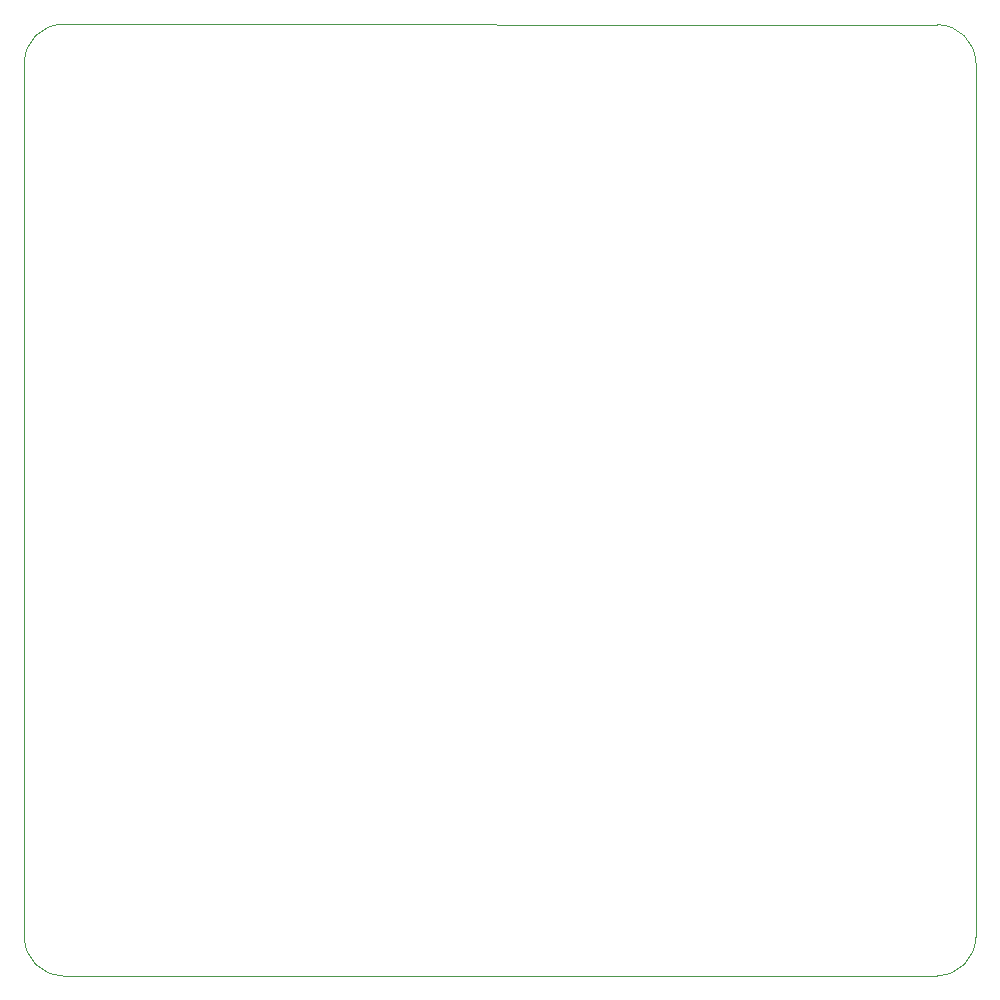
<source format=gm1>
%TF.GenerationSoftware,KiCad,Pcbnew,8.0.6*%
%TF.CreationDate,2024-11-27T19:42:17+03:00*%
%TF.ProjectId,EPSv3,45505376-332e-46b6-9963-61645f706362,rev?*%
%TF.SameCoordinates,Original*%
%TF.FileFunction,Profile,NP*%
%FSLAX46Y46*%
G04 Gerber Fmt 4.6, Leading zero omitted, Abs format (unit mm)*
G04 Created by KiCad (PCBNEW 8.0.6) date 2024-11-27 19:42:17*
%MOMM*%
%LPD*%
G01*
G04 APERTURE LIST*
%TA.AperFunction,Profile*%
%ADD10C,0.100000*%
%TD*%
G04 APERTURE END LIST*
D10*
X127379824Y-126289705D02*
X53340000Y-126290000D01*
X50091388Y-49000258D02*
G75*
G02*
X53341388Y-45750258I3250002J-2D01*
G01*
X130629824Y-123039705D02*
G75*
G02*
X127379824Y-126289724I-3250024J5D01*
G01*
X130629824Y-49022000D02*
X130629824Y-123039705D01*
X53340000Y-126290000D02*
G75*
G02*
X50090000Y-123040000I0J3250000D01*
G01*
X127379824Y-45772000D02*
G75*
G02*
X130629800Y-49022000I-24J-3250000D01*
G01*
X53341388Y-45750258D02*
X127379824Y-45772000D01*
X50091388Y-49000258D02*
X50090000Y-123040000D01*
M02*

</source>
